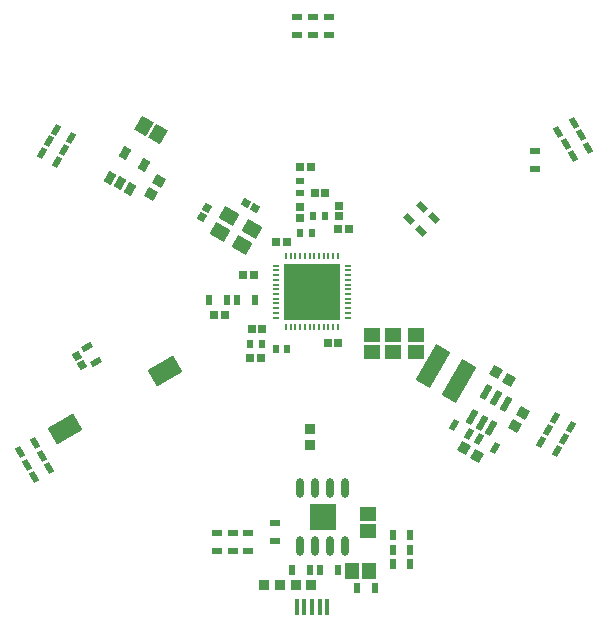
<source format=gtp>
G04*
G04 #@! TF.GenerationSoftware,Altium Limited,CircuitMaker,2.3.0 (2.3.0.3)*
G04*
G04 Layer_Color=7318015*
%FSLAX25Y25*%
%MOIN*%
G70*
G04*
G04 #@! TF.SameCoordinates,DFAF08F0-1B05-4ABB-8EC1-2A918C0C2617*
G04*
G04*
G04 #@! TF.FilePolarity,Positive*
G04*
G01*
G75*
G04:AMPARAMS|DCode=17|XSize=19.68mil|YSize=35.43mil|CornerRadius=0mil|HoleSize=0mil|Usage=FLASHONLY|Rotation=330.000|XOffset=0mil|YOffset=0mil|HoleType=Round|Shape=Rectangle|*
%AMROTATEDRECTD17*
4,1,4,-0.01738,-0.01042,0.00033,0.02026,0.01738,0.01042,-0.00033,-0.02026,-0.01738,-0.01042,0.0*
%
%ADD17ROTATEDRECTD17*%

%ADD18R,0.01968X0.03543*%
%ADD19R,0.05315X0.04528*%
%ADD20R,0.03543X0.03347*%
%ADD21R,0.03543X0.01968*%
%ADD22R,0.04528X0.05315*%
%ADD23O,0.02362X0.06693*%
%ADD24R,0.09016X0.09016*%
G04:AMPARAMS|DCode=25|XSize=25.2mil|YSize=26.77mil|CornerRadius=0mil|HoleSize=0mil|Usage=FLASHONLY|Rotation=330.000|XOffset=0mil|YOffset=0mil|HoleType=Round|Shape=Rectangle|*
%AMROTATEDRECTD25*
4,1,4,-0.01760,-0.00529,-0.00422,0.01789,0.01760,0.00529,0.00422,-0.01789,-0.01760,-0.00529,0.0*
%
%ADD25ROTATEDRECTD25*%

G04:AMPARAMS|DCode=26|XSize=25.2mil|YSize=26.77mil|CornerRadius=0mil|HoleSize=0mil|Usage=FLASHONLY|Rotation=60.000|XOffset=0mil|YOffset=0mil|HoleType=Round|Shape=Rectangle|*
%AMROTATEDRECTD26*
4,1,4,0.00529,-0.01760,-0.01789,-0.00422,-0.00529,0.01760,0.01789,0.00422,0.00529,-0.01760,0.0*
%
%ADD26ROTATEDRECTD26*%

G04:AMPARAMS|DCode=27|XSize=45.28mil|YSize=55.12mil|CornerRadius=0mil|HoleSize=0mil|Usage=FLASHONLY|Rotation=240.000|XOffset=0mil|YOffset=0mil|HoleType=Round|Shape=Rectangle|*
%AMROTATEDRECTD27*
4,1,4,-0.01255,0.03338,0.03519,0.00583,0.01255,-0.03338,-0.03519,-0.00583,-0.01255,0.03338,0.0*
%
%ADD27ROTATEDRECTD27*%

%ADD28R,0.02677X0.02520*%
%ADD29R,0.02520X0.02677*%
G04:AMPARAMS|DCode=30|XSize=35.43mil|YSize=33.47mil|CornerRadius=0mil|HoleSize=0mil|Usage=FLASHONLY|Rotation=60.000|XOffset=0mil|YOffset=0mil|HoleType=Round|Shape=Rectangle|*
%AMROTATEDRECTD30*
4,1,4,0.00563,-0.02371,-0.02335,-0.00698,-0.00563,0.02371,0.02335,0.00698,0.00563,-0.02371,0.0*
%
%ADD30ROTATEDRECTD30*%

G04:AMPARAMS|DCode=31|XSize=35.43mil|YSize=33.47mil|CornerRadius=0mil|HoleSize=0mil|Usage=FLASHONLY|Rotation=150.000|XOffset=0mil|YOffset=0mil|HoleType=Round|Shape=Rectangle|*
%AMROTATEDRECTD31*
4,1,4,0.02371,0.00563,0.00698,-0.02335,-0.02371,-0.00563,-0.00698,0.02335,0.02371,0.00563,0.0*
%
%ADD31ROTATEDRECTD31*%

G04:AMPARAMS|DCode=32|XSize=53.15mil|YSize=45.28mil|CornerRadius=0mil|HoleSize=0mil|Usage=FLASHONLY|Rotation=240.000|XOffset=0mil|YOffset=0mil|HoleType=Round|Shape=Rectangle|*
%AMROTATEDRECTD32*
4,1,4,-0.00632,0.03433,0.03289,0.01170,0.00632,-0.03433,-0.03289,-0.01170,-0.00632,0.03433,0.0*
%
%ADD32ROTATEDRECTD32*%

%ADD33R,0.01575X0.05315*%
%ADD34R,0.03071X0.02284*%
%ADD35R,0.02284X0.03071*%
G04:AMPARAMS|DCode=36|XSize=55.12mil|YSize=137.8mil|CornerRadius=0mil|HoleSize=0mil|Usage=FLASHONLY|Rotation=150.000|XOffset=0mil|YOffset=0mil|HoleType=Round|Shape=Rectangle|*
%AMROTATEDRECTD36*
4,1,4,0.05832,0.04589,-0.01058,-0.07345,-0.05832,-0.04589,0.01058,0.07345,0.05832,0.04589,0.0*
%
%ADD36ROTATEDRECTD36*%

G04:AMPARAMS|DCode=37|XSize=62.99mil|YSize=98.42mil|CornerRadius=0mil|HoleSize=0mil|Usage=FLASHONLY|Rotation=120.000|XOffset=0mil|YOffset=0mil|HoleType=Round|Shape=Rectangle|*
%AMROTATEDRECTD37*
4,1,4,0.05837,-0.00267,-0.02687,-0.05188,-0.05837,0.00267,0.02687,0.05188,0.05837,-0.00267,0.0*
%
%ADD37ROTATEDRECTD37*%

G04:AMPARAMS|DCode=38|XSize=21.65mil|YSize=51.18mil|CornerRadius=0mil|HoleSize=0mil|Usage=FLASHONLY|Rotation=330.000|XOffset=0mil|YOffset=0mil|HoleType=Round|Shape=Rectangle|*
%AMROTATEDRECTD38*
4,1,4,-0.02217,-0.01675,0.00342,0.02758,0.02217,0.01675,-0.00342,-0.02758,-0.02217,-0.01675,0.0*
%
%ADD38ROTATEDRECTD38*%

G04:AMPARAMS|DCode=39|XSize=27.56mil|YSize=39.37mil|CornerRadius=0mil|HoleSize=0mil|Usage=FLASHONLY|Rotation=150.000|XOffset=0mil|YOffset=0mil|HoleType=Round|Shape=Rectangle|*
%AMROTATEDRECTD39*
4,1,4,0.02178,0.01016,0.00209,-0.02394,-0.02178,-0.01016,-0.00209,0.02394,0.02178,0.01016,0.0*
%
%ADD39ROTATEDRECTD39*%

G04:AMPARAMS|DCode=40|XSize=19.68mil|YSize=35.43mil|CornerRadius=0mil|HoleSize=0mil|Usage=FLASHONLY|Rotation=45.000|XOffset=0mil|YOffset=0mil|HoleType=Round|Shape=Rectangle|*
%AMROTATEDRECTD40*
4,1,4,0.00557,-0.01949,-0.01949,0.00557,-0.00557,0.01949,0.01949,-0.00557,0.00557,-0.01949,0.0*
%
%ADD40ROTATEDRECTD40*%

%ADD41R,0.03347X0.03543*%
G04:AMPARAMS|DCode=42|XSize=19.68mil|YSize=35.43mil|CornerRadius=0mil|HoleSize=0mil|Usage=FLASHONLY|Rotation=210.000|XOffset=0mil|YOffset=0mil|HoleType=Round|Shape=Rectangle|*
%AMROTATEDRECTD42*
4,1,4,-0.00033,0.02026,0.01738,-0.01042,0.00033,-0.02026,-0.01738,0.01042,-0.00033,0.02026,0.0*
%
%ADD42ROTATEDRECTD42*%

G04:AMPARAMS|DCode=43|XSize=25.2mil|YSize=26.77mil|CornerRadius=0mil|HoleSize=0mil|Usage=FLASHONLY|Rotation=210.000|XOffset=0mil|YOffset=0mil|HoleType=Round|Shape=Rectangle|*
%AMROTATEDRECTD43*
4,1,4,0.00422,0.01789,0.01760,-0.00529,-0.00422,-0.01789,-0.01760,0.00529,0.00422,0.01789,0.0*
%
%ADD43ROTATEDRECTD43*%

G04:AMPARAMS|DCode=44|XSize=19.68mil|YSize=35.43mil|CornerRadius=0mil|HoleSize=0mil|Usage=FLASHONLY|Rotation=300.000|XOffset=0mil|YOffset=0mil|HoleType=Round|Shape=Rectangle|*
%AMROTATEDRECTD44*
4,1,4,-0.02026,-0.00033,0.01042,0.01738,0.02026,0.00033,-0.01042,-0.01738,-0.02026,-0.00033,0.0*
%
%ADD44ROTATEDRECTD44*%

%ADD45O,0.00787X0.02559*%
%ADD46O,0.02559X0.00787*%
%ADD47R,0.18504X0.18504*%
D17*
X211857Y78824D02*
D03*
X206743Y81776D02*
D03*
X214157Y82824D02*
D03*
X209043Y85776D02*
D03*
X209557Y74724D02*
D03*
X204443Y77676D02*
D03*
X175343Y83576D02*
D03*
X180457Y80624D02*
D03*
X183743Y78776D02*
D03*
X188857Y75824D02*
D03*
X42543Y181976D02*
D03*
X47657Y179024D02*
D03*
X40243Y178076D02*
D03*
X45357Y175124D02*
D03*
X37943Y174176D02*
D03*
X43057Y171224D02*
D03*
D18*
X143047Y29300D02*
D03*
X148953D02*
D03*
X130647Y35200D02*
D03*
X136553D02*
D03*
X121447D02*
D03*
X127353D02*
D03*
X160753Y46700D02*
D03*
X154847D02*
D03*
X160753Y42000D02*
D03*
X154847D02*
D03*
X160753Y37200D02*
D03*
X154847D02*
D03*
X93647Y125100D02*
D03*
X99553D02*
D03*
X103047D02*
D03*
X108953D02*
D03*
D19*
X146700Y53754D02*
D03*
Y48046D02*
D03*
X162500Y107846D02*
D03*
X162500Y113554D02*
D03*
X155100Y107846D02*
D03*
Y113554D02*
D03*
X147900Y107846D02*
D03*
Y113554D02*
D03*
D20*
X127300Y82059D02*
D03*
Y76941D02*
D03*
D21*
X115800Y44947D02*
D03*
Y50853D02*
D03*
X96400Y41447D02*
D03*
Y47353D02*
D03*
X106800Y41447D02*
D03*
Y47353D02*
D03*
X101600Y41447D02*
D03*
Y47353D02*
D03*
X202400Y174753D02*
D03*
Y168847D02*
D03*
X122900Y219353D02*
D03*
Y213447D02*
D03*
X128300Y219353D02*
D03*
Y213447D02*
D03*
X133700Y219353D02*
D03*
Y213447D02*
D03*
D22*
X141246Y34900D02*
D03*
X146954D02*
D03*
D23*
X139000Y62446D02*
D03*
X134000D02*
D03*
X129000D02*
D03*
X124000D02*
D03*
X139000Y43154D02*
D03*
X134000D02*
D03*
X129000D02*
D03*
X124000D02*
D03*
D24*
X131500Y52800D02*
D03*
D25*
X91334Y152800D02*
D03*
X93066Y155800D02*
D03*
D26*
X109100Y155734D02*
D03*
X106100Y157466D02*
D03*
D27*
X107826Y148962D02*
D03*
X100325Y153293D02*
D03*
X97175Y147837D02*
D03*
X104676Y143507D02*
D03*
D28*
X136768Y148800D02*
D03*
X140232D02*
D03*
X116068Y144500D02*
D03*
X119532D02*
D03*
X128968Y160900D02*
D03*
X132432D02*
D03*
X107468Y105800D02*
D03*
X110932D02*
D03*
X124068Y169400D02*
D03*
X127532D02*
D03*
X111332Y115600D02*
D03*
X107868D02*
D03*
X108532Y133500D02*
D03*
X105068D02*
D03*
X98932Y120300D02*
D03*
X95468D02*
D03*
X136632Y111000D02*
D03*
X133168D02*
D03*
D29*
X137000Y153068D02*
D03*
Y156532D02*
D03*
X124000Y152668D02*
D03*
Y156132D02*
D03*
D30*
X182916Y73220D02*
D03*
X178484Y75779D02*
D03*
X189284Y101180D02*
D03*
X193716Y98620D02*
D03*
D31*
X198280Y87616D02*
D03*
X195721Y83184D02*
D03*
X74321Y160484D02*
D03*
X76880Y164916D02*
D03*
D32*
X71828Y183227D02*
D03*
X76772Y180373D02*
D03*
D33*
X122835Y22837D02*
D03*
X125394D02*
D03*
X127953D02*
D03*
X130512D02*
D03*
X133071D02*
D03*
D34*
X124000Y164829D02*
D03*
Y160971D02*
D03*
D35*
X124055Y147638D02*
D03*
X127913D02*
D03*
X128471Y153100D02*
D03*
X132329D02*
D03*
X119729Y108900D02*
D03*
X115871D02*
D03*
X111229Y110600D02*
D03*
X107371D02*
D03*
D36*
X177100Y98200D02*
D03*
X168235Y103318D02*
D03*
D37*
X45645Y82100D02*
D03*
X78987Y101350D02*
D03*
D38*
X187777Y82438D02*
D03*
X184538Y84308D02*
D03*
X181299Y86179D02*
D03*
X186023Y94362D02*
D03*
X189262Y92492D02*
D03*
X192501Y90621D02*
D03*
D39*
X60799Y165879D02*
D03*
X64038Y164008D02*
D03*
X67277Y162138D02*
D03*
X72001Y170321D02*
D03*
X65523Y174062D02*
D03*
D40*
X168488Y152388D02*
D03*
X164312Y148212D02*
D03*
X164588Y156188D02*
D03*
X160412Y152012D02*
D03*
D41*
X122641Y30300D02*
D03*
X127759D02*
D03*
X117159D02*
D03*
X112041D02*
D03*
D42*
X35343Y66224D02*
D03*
X40457Y69176D02*
D03*
X30543Y74424D02*
D03*
X35657Y77376D02*
D03*
X32943Y70324D02*
D03*
X38057Y73276D02*
D03*
X220057Y175976D02*
D03*
X214943Y173024D02*
D03*
X215257Y184076D02*
D03*
X210143Y181124D02*
D03*
X217757Y180176D02*
D03*
X212643Y177224D02*
D03*
D43*
X49734Y106600D02*
D03*
X51466Y103600D02*
D03*
D44*
X55876Y104543D02*
D03*
X52924Y109657D02*
D03*
D45*
X136614Y116043D02*
D03*
X135039D02*
D03*
X131890D02*
D03*
X130315D02*
D03*
X133465D02*
D03*
X124016D02*
D03*
X122441D02*
D03*
X128740D02*
D03*
X125591D02*
D03*
X127165D02*
D03*
X119291D02*
D03*
X120866D02*
D03*
X135039Y139862D02*
D03*
X136614D02*
D03*
X131890D02*
D03*
X133465D02*
D03*
X130315D02*
D03*
X127165D02*
D03*
X128740D02*
D03*
X124016D02*
D03*
X125591D02*
D03*
X120866D02*
D03*
X122441D02*
D03*
X119291D02*
D03*
D46*
X139862Y119291D02*
D03*
Y124016D02*
D03*
Y120866D02*
D03*
Y122441D02*
D03*
X116043Y119291D02*
D03*
Y120866D02*
D03*
Y125591D02*
D03*
Y122441D02*
D03*
Y124016D02*
D03*
X139862Y127165D02*
D03*
Y125591D02*
D03*
Y131890D02*
D03*
Y128740D02*
D03*
Y130315D02*
D03*
Y133465D02*
D03*
Y135039D02*
D03*
Y136614D02*
D03*
X116043Y130315D02*
D03*
Y127165D02*
D03*
Y128740D02*
D03*
Y135039D02*
D03*
Y131890D02*
D03*
Y133465D02*
D03*
Y136614D02*
D03*
D47*
X127953Y127953D02*
D03*
M02*

</source>
